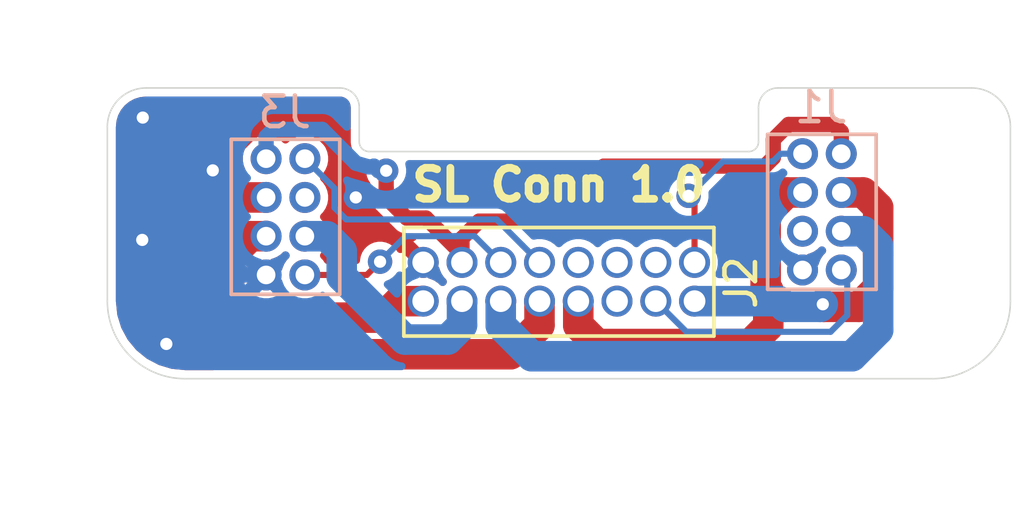
<source format=kicad_pcb>
(kicad_pcb (version 20171130) (host pcbnew "(5.1.4)-1")

  (general
    (thickness 1.6)
    (drawings 17)
    (tracks 121)
    (zones 0)
    (modules 3)
    (nets 13)
  )

  (page A4)
  (layers
    (0 F.Cu signal)
    (31 B.Cu signal)
    (32 B.Adhes user)
    (33 F.Adhes user)
    (34 B.Paste user)
    (35 F.Paste user)
    (36 B.SilkS user)
    (37 F.SilkS user)
    (38 B.Mask user)
    (39 F.Mask user)
    (40 Dwgs.User user)
    (41 Cmts.User user)
    (42 Eco1.User user)
    (43 Eco2.User user)
    (44 Edge.Cuts user)
    (45 Margin user)
    (46 B.CrtYd user)
    (47 F.CrtYd user)
    (48 B.Fab user)
    (49 F.Fab user)
  )

  (setup
    (last_trace_width 0.25)
    (user_trace_width 0.2)
    (user_trace_width 0.5)
    (user_trace_width 1)
    (trace_clearance 0.2)
    (zone_clearance 0.254)
    (zone_45_only no)
    (trace_min 0.2)
    (via_size 0.8)
    (via_drill 0.4)
    (via_min_size 0.4)
    (via_min_drill 0.3)
    (uvia_size 0.3)
    (uvia_drill 0.1)
    (uvias_allowed no)
    (uvia_min_size 0.2)
    (uvia_min_drill 0.1)
    (edge_width 0.05)
    (segment_width 0.2)
    (pcb_text_width 0.3)
    (pcb_text_size 1.5 1.5)
    (mod_edge_width 0.12)
    (mod_text_size 1 1)
    (mod_text_width 0.15)
    (pad_size 1.524 1.524)
    (pad_drill 0.762)
    (pad_to_mask_clearance 0.051)
    (solder_mask_min_width 0.25)
    (aux_axis_origin 0 0)
    (visible_elements 7FFFFFFF)
    (pcbplotparams
      (layerselection 0x010fc_ffffffff)
      (usegerberextensions false)
      (usegerberattributes false)
      (usegerberadvancedattributes false)
      (creategerberjobfile false)
      (excludeedgelayer true)
      (linewidth 0.100000)
      (plotframeref false)
      (viasonmask false)
      (mode 1)
      (useauxorigin false)
      (hpglpennumber 1)
      (hpglpenspeed 20)
      (hpglpendiameter 15.000000)
      (psnegative false)
      (psa4output false)
      (plotreference true)
      (plotvalue true)
      (plotinvisibletext false)
      (padsonsilk false)
      (subtractmaskfromsilk false)
      (outputformat 1)
      (mirror false)
      (drillshape 0)
      (scaleselection 1)
      (outputdirectory "SkateLightConnBoard1.0/"))
  )

  (net 0 "")
  (net 1 +3V3)
  (net 2 LightSense1)
  (net 3 LED1A)
  (net 4 LightSense2)
  (net 5 LED1C)
  (net 6 LED2A)
  (net 7 temp1)
  (net 8 GND)
  (net 9 temp2)
  (net 10 LED3A)
  (net 11 LED2C)
  (net 12 LED3C)

  (net_class Default "This is the default net class."
    (clearance 0.2)
    (trace_width 0.25)
    (via_dia 0.8)
    (via_drill 0.4)
    (uvia_dia 0.3)
    (uvia_drill 0.1)
    (add_net +3V3)
    (add_net GND)
    (add_net LED1A)
    (add_net LED1C)
    (add_net LED2A)
    (add_net LED2C)
    (add_net LED3A)
    (add_net LED3C)
    (add_net LightSense1)
    (add_net LightSense2)
    (add_net temp1)
    (add_net temp2)
  )

  (module LolomoloKiCADLib:Conn_2x8_0.05in (layer F.Cu) (tedit 5DB37465) (tstamp 5DB39112)
    (at 4.445 1.5875 270)
    (path /5DE6E5D9)
    (fp_text reference J2 (at 0.6604 -1.524 90) (layer F.SilkS)
      (effects (font (size 1 1) (thickness 0.15)))
    )
    (fp_text value Conn_02x08_Odd_Even (at 0 -0.5 90) (layer F.Fab)
      (effects (font (size 1 1) (thickness 0.15)))
    )
    (fp_line (start -1.143 9.525) (end -1.143 -0.635) (layer F.SilkS) (width 0.12))
    (fp_line (start 2.413 9.525) (end -1.143 9.525) (layer F.SilkS) (width 0.12))
    (fp_line (start 2.413 -0.635) (end 2.413 9.525) (layer F.SilkS) (width 0.12))
    (fp_line (start -1.143 -0.635) (end 2.413 -0.635) (layer F.SilkS) (width 0.12))
    (pad 16 thru_hole circle (at 1.27 8.89 270) (size 1.016 1.016) (drill 0.7112) (layers *.Cu *.Mask)
      (net 12 LED3C))
    (pad 15 thru_hole circle (at 0 8.89 270) (size 1.016 1.016) (drill 0.7112) (layers *.Cu *.Mask)
      (net 8 GND))
    (pad 14 thru_hole circle (at 1.27 7.62 270) (size 1.016 1.016) (drill 0.7112) (layers *.Cu *.Mask)
      (net 11 LED2C))
    (pad 13 thru_hole circle (at 0 7.62 270) (size 1.016 1.016) (drill 0.7112) (layers *.Cu *.Mask)
      (net 1 +3V3))
    (pad 12 thru_hole circle (at 1.27 6.35 270) (size 1.016 1.016) (drill 0.7112) (layers *.Cu *.Mask)
      (net 5 LED1C))
    (pad 11 thru_hole circle (at 0 6.35 270) (size 1.016 1.016) (drill 0.7112) (layers *.Cu *.Mask)
      (net 9 temp2))
    (pad 10 thru_hole circle (at 1.27 5.08 270) (size 1.016 1.016) (drill 0.7112) (layers *.Cu *.Mask)
      (net 10 LED3A))
    (pad 9 thru_hole circle (at 0 5.08 270) (size 1.016 1.016) (drill 0.7112) (layers *.Cu *.Mask)
      (net 4 LightSense2))
    (pad 8 thru_hole circle (at 1.27 3.81 270) (size 1.016 1.016) (drill 0.7112) (layers *.Cu *.Mask)
      (net 6 LED2A))
    (pad 7 thru_hole circle (at 0 3.81 270) (size 1.016 1.016) (drill 0.7112) (layers *.Cu *.Mask))
    (pad 6 thru_hole circle (at 1.27 2.54 270) (size 1.016 1.016) (drill 0.7112) (layers *.Cu *.Mask))
    (pad 5 thru_hole circle (at 0 2.54 270) (size 1.016 1.016) (drill 0.7112) (layers *.Cu *.Mask))
    (pad 4 thru_hole circle (at 1.27 1.27 270) (size 1.016 1.016) (drill 0.7112) (layers *.Cu *.Mask)
      (net 7 temp1))
    (pad 3 thru_hole circle (at 0 1.27 270) (size 1.016 1.016) (drill 0.7112) (layers *.Cu *.Mask))
    (pad 2 thru_hole circle (at 1.27 0 270) (size 1.016 1.016) (drill 0.7112) (layers *.Cu *.Mask)
      (net 3 LED1A))
    (pad 1 thru_hole circle (at 0 0 270) (size 1.016 1.016) (drill 0.7112) (layers *.Cu *.Mask)
      (net 2 LightSense1))
  )

  (module LolomoloKiCADLib:Conn_2x4_0.05in (layer B.Cu) (tedit 5DB23ACC) (tstamp 5DB390FA)
    (at 9.25322 -1.97358 180)
    (path /5DE6DC03)
    (fp_text reference J1 (at 0.6604 1.524) (layer B.SilkS)
      (effects (font (size 1 1) (thickness 0.15)) (justify mirror))
    )
    (fp_text value Conn_02x04_Odd_Even (at 3.0226 4.18846) (layer B.Fab)
      (effects (font (size 1 1) (thickness 0.15)) (justify mirror))
    )
    (fp_line (start -1.143 0.635) (end 2.413 0.635) (layer B.SilkS) (width 0.12))
    (fp_line (start 2.413 0.635) (end 2.413 -4.445) (layer B.SilkS) (width 0.12))
    (fp_line (start 2.413 -4.445) (end -1.143 -4.445) (layer B.SilkS) (width 0.12))
    (fp_line (start -1.143 -4.445) (end -1.143 0.635) (layer B.SilkS) (width 0.12))
    (pad 1 thru_hole circle (at 0 0 180) (size 1.016 1.016) (drill 0.6096) (layers *.Cu *.Mask)
      (net 1 +3V3))
    (pad 2 thru_hole circle (at 1.27 0 180) (size 1.016 1.016) (drill 0.6096) (layers *.Cu *.Mask)
      (net 2 LightSense1))
    (pad 3 thru_hole circle (at 0 -1.27 180) (size 1.016 1.016) (drill 0.6096) (layers *.Cu *.Mask)
      (net 3 LED1A))
    (pad 4 thru_hole circle (at 1.27 -1.27 180) (size 1.016 1.016) (drill 0.6096) (layers *.Cu *.Mask)
      (net 6 LED2A))
    (pad 5 thru_hole circle (at 0 -2.54 180) (size 1.016 1.016) (drill 0.6096) (layers *.Cu *.Mask)
      (net 5 LED1C))
    (pad 6 thru_hole circle (at 1.27 -2.54 180) (size 1.016 1.016) (drill 0.6096) (layers *.Cu *.Mask))
    (pad 7 thru_hole circle (at 0 -3.81 180) (size 1.016 1.016) (drill 0.6096) (layers *.Cu *.Mask)
      (net 7 temp1))
    (pad 8 thru_hole circle (at 1.27 -3.81 180) (size 1.016 1.016) (drill 0.6096) (layers *.Cu *.Mask)
      (net 8 GND))
  )

  (module LolomoloKiCADLib:Conn_2x4_0.05in (layer B.Cu) (tedit 5DB23ACC) (tstamp 5DB3B4C2)
    (at -8.32358 -1.81102 180)
    (path /5DE7099D)
    (fp_text reference J3 (at 0.6604 1.524) (layer B.SilkS)
      (effects (font (size 1 1) (thickness 0.15)) (justify mirror))
    )
    (fp_text value Conn_02x04_Odd_Even (at 1.41224 3.94716) (layer B.Fab)
      (effects (font (size 1 1) (thickness 0.15)) (justify mirror))
    )
    (fp_line (start -1.143 -4.445) (end -1.143 0.635) (layer B.SilkS) (width 0.12))
    (fp_line (start 2.413 -4.445) (end -1.143 -4.445) (layer B.SilkS) (width 0.12))
    (fp_line (start 2.413 0.635) (end 2.413 -4.445) (layer B.SilkS) (width 0.12))
    (fp_line (start -1.143 0.635) (end 2.413 0.635) (layer B.SilkS) (width 0.12))
    (pad 8 thru_hole circle (at 1.27 -3.81 180) (size 1.016 1.016) (drill 0.6096) (layers *.Cu *.Mask)
      (net 8 GND))
    (pad 7 thru_hole circle (at 0 -3.81 180) (size 1.016 1.016) (drill 0.6096) (layers *.Cu *.Mask)
      (net 9 temp2))
    (pad 6 thru_hole circle (at 1.27 -2.54 180) (size 1.016 1.016) (drill 0.6096) (layers *.Cu *.Mask)
      (net 12 LED3C))
    (pad 5 thru_hole circle (at 0 -2.54 180) (size 1.016 1.016) (drill 0.6096) (layers *.Cu *.Mask)
      (net 11 LED2C))
    (pad 4 thru_hole circle (at 1.27 -1.27 180) (size 1.016 1.016) (drill 0.6096) (layers *.Cu *.Mask)
      (net 10 LED3A))
    (pad 3 thru_hole circle (at 0 -1.27 180) (size 1.016 1.016) (drill 0.6096) (layers *.Cu *.Mask))
    (pad 2 thru_hole circle (at 1.27 0 180) (size 1.016 1.016) (drill 0.6096) (layers *.Cu *.Mask)
      (net 1 +3V3))
    (pad 1 thru_hole circle (at 0 0 180) (size 1.016 1.016) (drill 0.6096) (layers *.Cu *.Mask)
      (net 4 LightSense2))
  )

  (gr_text "SL Conn 1.0" (at 0 -0.9525) (layer F.SilkS)
    (effects (font (size 1.016 1.016) (thickness 0.254)))
  )
  (gr_arc (start -13.5255 -2.8575) (end -14.7955 -2.8575) (angle 90) (layer Edge.Cuts) (width 0.05) (tstamp 5DB3900B))
  (gr_arc (start -7.1755 -3.4925) (end -7.1755 -4.1275) (angle 90) (layer Edge.Cuts) (width 0.05) (tstamp 5DB3900A))
  (gr_line (start -13.5255 -4.1275) (end -7.1755 -4.1275) (layer Edge.Cuts) (width 0.05) (tstamp 5DB39009))
  (gr_arc (start -6.223 -2.3622) (end -6.5405 -2.3622) (angle -90) (layer Edge.Cuts) (width 0.05) (tstamp 5DB39008))
  (gr_line (start -6.5405 -3.4925) (end -6.5405 -2.3622) (layer Edge.Cuts) (width 0.05) (tstamp 5DB39007))
  (gr_arc (start -12.2555 2.8575) (end -12.2555 5.3975) (angle 90) (layer Edge.Cuts) (width 0.05) (tstamp 5DB39006))
  (gr_line (start -14.7955 2.8575) (end -14.7955 -2.8575) (layer Edge.Cuts) (width 0.05) (tstamp 5DB39005))
  (gr_line (start 6.223 -2.0447) (end -6.223 -2.0447) (layer Edge.Cuts) (width 0.05) (tstamp 5DB38FE2))
  (gr_arc (start 6.223 -2.3622) (end 6.5405 -2.3622) (angle 90) (layer Edge.Cuts) (width 0.05))
  (gr_line (start 6.5405 -3.4925) (end 6.5405 -2.3622) (layer Edge.Cuts) (width 0.05))
  (gr_arc (start 7.1755 -3.4925) (end 7.1755 -4.1275) (angle -90) (layer Edge.Cuts) (width 0.05))
  (gr_line (start 13.5255 -4.1275) (end 7.1755 -4.1275) (layer Edge.Cuts) (width 0.05))
  (gr_arc (start 13.5255 -2.8575) (end 14.7955 -2.8575) (angle -90) (layer Edge.Cuts) (width 0.05))
  (gr_line (start 14.7955 2.8575) (end 14.7955 -2.8575) (layer Edge.Cuts) (width 0.05))
  (gr_arc (start 12.2555 2.8575) (end 12.2555 5.3975) (angle -90) (layer Edge.Cuts) (width 0.05))
  (gr_line (start 12.2555 5.3975) (end -12.2555 5.3975) (layer Edge.Cuts) (width 0.05) (tstamp 5DB39003))

  (segment (start -9.59358 -1.81102) (end -9.59358 -2.52944) (width 0.5) (layer B.Cu) (net 1) (status 10))
  (segment (start -6.088413 -1.541747) (end -6.06298 -1.56718) (width 0.5) (layer B.Cu) (net 1))
  (segment (start -9.353999 -2.769021) (end -7.756908 -2.769021) (width 0.5) (layer B.Cu) (net 1))
  (segment (start -7.756908 -2.769021) (end -6.648431 -1.660544) (width 0.5) (layer B.Cu) (net 1))
  (segment (start -6.648431 -1.660544) (end -6.23609 -1.541747) (width 0.5) (layer B.Cu) (net 1))
  (segment (start -9.59358 -2.52944) (end -9.353999 -2.769021) (width 0.5) (layer B.Cu) (net 1))
  (segment (start -6.23609 -1.541747) (end -6.088413 -1.541747) (width 0.5) (layer B.Cu) (net 1))
  (segment (start -3.175 1.313884) (end -4.354874 0.13401) (width 0.5) (layer F.Cu) (net 1) (status 10))
  (segment (start -6.06298 -1.56718) (end -5.91223 -1.41643) (width 0.5) (layer B.Cu) (net 1))
  (segment (start -3.175 1.5875) (end -3.175 1.313884) (width 0.5) (layer F.Cu) (net 1) (status 30))
  (segment (start -5.659867 -0.536801) (end -5.659867 -0.850745) (width 0.5) (layer F.Cu) (net 1))
  (segment (start -5.659867 -0.850745) (end -5.659867 -1.41643) (width 0.5) (layer F.Cu) (net 1))
  (segment (start -4.354874 0.13401) (end -4.989056 0.13401) (width 0.5) (layer F.Cu) (net 1))
  (segment (start -4.989056 0.13401) (end -5.659867 -0.536801) (width 0.5) (layer F.Cu) (net 1))
  (via (at -5.659867 -1.41643) (size 0.8) (drill 0.4) (layers F.Cu B.Cu) (net 1))
  (segment (start -5.91223 -1.41643) (end -5.659867 -1.41643) (width 0.5) (layer B.Cu) (net 1))
  (segment (start 9.25322 -2.692) (end 9.25322 -1.97358) (width 0.5) (layer F.Cu) (net 1) (status 20))
  (segment (start 0.91972 -1.01092) (end 1.475957 -1.567157) (width 0.5) (layer F.Cu) (net 1))
  (segment (start 7.523379 -2.931581) (end 9.013639 -2.931581) (width 0.5) (layer F.Cu) (net 1))
  (segment (start 9.013639 -2.931581) (end 9.25322 -2.692) (width 0.5) (layer F.Cu) (net 1))
  (segment (start 7.025219 -1.842649) (end 7.025219 -2.433421) (width 0.5) (layer F.Cu) (net 1))
  (segment (start 7.025219 -2.433421) (end 7.523379 -2.931581) (width 0.5) (layer F.Cu) (net 1))
  (segment (start 1.475957 -1.567157) (end 6.749727 -1.567157) (width 0.5) (layer F.Cu) (net 1))
  (segment (start 6.749727 -1.567157) (end 7.025219 -1.842649) (width 0.5) (layer F.Cu) (net 1))
  (segment (start -3.175 0.797238) (end -2.613669 0.235907) (width 0.5) (layer F.Cu) (net 1))
  (segment (start -3.175 1.5875) (end -3.175 0.797238) (width 0.5) (layer F.Cu) (net 1) (status 10))
  (segment (start -0.327107 0.235907) (end 0.91972 -1.01092) (width 0.5) (layer F.Cu) (net 1))
  (segment (start -2.613669 0.235907) (end -0.327107 0.235907) (width 0.5) (layer F.Cu) (net 1))
  (segment (start 4.445 -0.397391) (end 4.248415 -0.593976) (width 0.2) (layer F.Cu) (net 2))
  (segment (start 5.374129 -1.71969) (end 4.648414 -0.993975) (width 0.2) (layer B.Cu) (net 2))
  (via (at 4.248415 -0.593976) (size 0.8) (drill 0.4) (layers F.Cu B.Cu) (net 2))
  (segment (start 4.648414 -0.993975) (end 4.248415 -0.593976) (width 0.2) (layer B.Cu) (net 2))
  (segment (start 4.445 1.5875) (end 4.445 -0.397391) (width 0.2) (layer F.Cu) (net 2) (status 10))
  (segment (start 7.01091 -1.71969) (end 6.30693 -1.71969) (width 0.2) (layer B.Cu) (net 2))
  (segment (start 7.2648 -1.97358) (end 7.01091 -1.71969) (width 0.2) (layer B.Cu) (net 2))
  (segment (start 7.98322 -1.97358) (end 7.2648 -1.97358) (width 0.2) (layer B.Cu) (net 2) (status 10))
  (segment (start 6.30693 -1.71969) (end 5.374129 -1.71969) (width 0.2) (layer B.Cu) (net 2))
  (segment (start 9.25322 -0.70358) (end 9.97164 -0.70358) (width 1) (layer F.Cu) (net 3) (status 10))
  (segment (start 9.97164 -0.70358) (end 10.461221 -0.213999) (width 1) (layer F.Cu) (net 3))
  (via (at 8.647911 2.959572) (size 0.8) (drill 0.4) (layers F.Cu B.Cu) (net 3))
  (segment (start 10.461221 -0.213999) (end 10.461221 1.309139) (width 1) (layer F.Cu) (net 3))
  (segment (start 10.461221 1.309139) (end 10.461221 2.416261) (width 1) (layer F.Cu) (net 3))
  (segment (start 8.673379 3.044421) (end 8.618221 2.989263) (width 1) (layer F.Cu) (net 3))
  (segment (start 10.461221 2.416261) (end 9.833061 3.044421) (width 1) (layer F.Cu) (net 3))
  (segment (start 9.833061 3.044421) (end 8.673379 3.044421) (width 1) (layer F.Cu) (net 3))
  (segment (start 8.647911 2.959572) (end 8.563061 3.044421) (width 1) (layer B.Cu) (net 3))
  (segment (start 8.563061 3.044421) (end 7.403379 3.044421) (width 1) (layer B.Cu) (net 3))
  (segment (start 7.216458 2.8575) (end 4.445 2.8575) (width 1) (layer B.Cu) (net 3))
  (segment (start 7.403379 3.044421) (end 7.216458 2.8575) (width 1) (layer B.Cu) (net 3))
  (segment (start -2.043329 0.179171) (end -1.193799 1.028701) (width 0.2) (layer B.Cu) (net 4))
  (segment (start -1.193799 1.028701) (end -0.635 1.5875) (width 0.2) (layer B.Cu) (net 4))
  (segment (start -6.969862 0.179171) (end -2.043329 0.179171) (width 0.2) (layer B.Cu) (net 4))
  (segment (start -7.354801 -0.205768) (end -6.969862 0.179171) (width 0.2) (layer B.Cu) (net 4))
  (segment (start -7.354801 -0.842241) (end -7.354801 -0.205768) (width 0.2) (layer B.Cu) (net 4))
  (segment (start -8.32358 -1.81102) (end -7.354801 -0.842241) (width 0.2) (layer B.Cu) (net 4))
  (segment (start 10.461221 1.056001) (end 9.97164 0.56642) (width 1) (layer B.Cu) (net 5))
  (segment (start -1.905 2.8575) (end -1.905 3.647762) (width 1) (layer B.Cu) (net 5) (status 10))
  (segment (start 9.97164 0.56642) (end 9.25322 0.56642) (width 1) (layer B.Cu) (net 5) (status 20))
  (segment (start -0.89045 4.662312) (end 9.603414 4.662312) (width 1) (layer B.Cu) (net 5))
  (segment (start 9.603414 4.662312) (end 10.461221 3.804505) (width 1) (layer B.Cu) (net 5))
  (segment (start 10.461221 3.804505) (end 10.461221 1.056001) (width 1) (layer B.Cu) (net 5))
  (segment (start -1.905 3.647762) (end -0.89045 4.662312) (width 1) (layer B.Cu) (net 5))
  (segment (start 7.465378 -0.70358) (end 6.775219 -0.013421) (width 1) (layer F.Cu) (net 6))
  (segment (start 0.635 3.647762) (end 0.635 2.8575) (width 1) (layer F.Cu) (net 6) (status 20))
  (segment (start 6.775219 -0.013421) (end 6.775219 2.419257) (width 1) (layer F.Cu) (net 6))
  (segment (start 6.775219 2.419257) (end 6.860721 2.504759) (width 1) (layer F.Cu) (net 6))
  (segment (start 6.276021 4.262301) (end 1.249539 4.262301) (width 1) (layer F.Cu) (net 6))
  (segment (start 6.860721 3.677601) (end 6.276021 4.262301) (width 1) (layer F.Cu) (net 6))
  (segment (start 7.98322 -0.70358) (end 7.465378 -0.70358) (width 1) (layer F.Cu) (net 6) (status 10))
  (segment (start 6.860721 2.504759) (end 6.860721 3.677601) (width 1) (layer F.Cu) (net 6))
  (segment (start 1.249539 4.262301) (end 0.635 3.647762) (width 1) (layer F.Cu) (net 6))
  (segment (start 3.175 2.8575) (end 4.179802 3.862302) (width 0.2) (layer B.Cu) (net 7) (status 10))
  (segment (start 4.179802 3.862302) (end 8.903738 3.862302) (width 0.2) (layer B.Cu) (net 7))
  (segment (start 9.447923 3.318117) (end 9.447923 2.031123) (width 0.2) (layer B.Cu) (net 7) (status 20))
  (segment (start 8.903738 3.862302) (end 9.447923 3.318117) (width 0.2) (layer B.Cu) (net 7))
  (segment (start 9.447923 2.031123) (end 9.25322 1.83642) (width 0.2) (layer B.Cu) (net 7) (status 30))
  (segment (start -10.312 1.99898) (end -11.46302 0.84796) (width 0.5) (layer B.Cu) (net 8))
  (segment (start -9.59358 1.99898) (end -10.312 1.99898) (width 0.5) (layer B.Cu) (net 8) (status 10))
  (via (at -11.3411 -1.42748) (size 0.8) (drill 0.4) (layers F.Cu B.Cu) (net 8))
  (segment (start -11.46302 0.84796) (end -11.46302 -1.30556) (width 0.5) (layer B.Cu) (net 8))
  (segment (start -11.46302 -1.30556) (end -11.3411 -1.42748) (width 0.5) (layer B.Cu) (net 8))
  (segment (start -6.6548 -1.302285) (end -6.6548 -0.7366) (width 0.5) (layer F.Cu) (net 8))
  (segment (start -6.6548 -1.560082) (end -6.6548 -1.302285) (width 0.5) (layer F.Cu) (net 8))
  (segment (start -7.863739 -2.769021) (end -6.6548 -1.560082) (width 0.5) (layer F.Cu) (net 8))
  (segment (start -9.999559 -2.769021) (end -7.863739 -2.769021) (width 0.5) (layer F.Cu) (net 8))
  (segment (start -11.3411 -1.42748) (end -9.999559 -2.769021) (width 0.5) (layer F.Cu) (net 8))
  (segment (start -6.6548 -0.541769) (end -6.6548 -0.7366) (width 0.5) (layer F.Cu) (net 8))
  (via (at -13.63472 -3.15722) (size 0.8) (drill 0.4) (layers F.Cu B.Cu) (net 8))
  (via (at -12.86256 4.25958) (size 0.8) (drill 0.4) (layers F.Cu B.Cu) (net 8))
  (via (at -13.6525 0.8509) (size 0.8) (drill 0.4) (layers F.Cu B.Cu) (net 8))
  (via (at -6.6548 -0.541769) (size 0.8) (drill 0.4) (layers F.Cu B.Cu) (net 8))
  (segment (start -4.445 1.5875) (end -6.574269 -0.541769) (width 0.2) (layer F.Cu) (net 8))
  (segment (start -6.574269 -0.541769) (end -6.6548 -0.541769) (width 0.2) (layer F.Cu) (net 8))
  (via (at -5.85978 1.56464) (size 0.8) (drill 0.4) (layers F.Cu B.Cu) (net 9))
  (segment (start -5.023839 0.728699) (end -5.85978 1.56464) (width 0.2) (layer B.Cu) (net 9))
  (segment (start -6.29412 1.99898) (end -8.32358 1.99898) (width 0.2) (layer F.Cu) (net 9) (status 20))
  (segment (start -5.85978 1.56464) (end -6.29412 1.99898) (width 0.2) (layer F.Cu) (net 9))
  (segment (start -2.763801 0.728699) (end -3.398801 0.728699) (width 0.2) (layer B.Cu) (net 9))
  (segment (start -1.905 1.5875) (end -2.763801 0.728699) (width 0.2) (layer B.Cu) (net 9) (status 10))
  (segment (start -3.398801 0.728699) (end -5.023839 0.728699) (width 0.2) (layer B.Cu) (net 9))
  (segment (start -12.001592 0.922079) (end -12.001592 3.075881) (width 1) (layer F.Cu) (net 10))
  (segment (start -9.59358 -0.54102) (end -10.538493 -0.54102) (width 1) (layer F.Cu) (net 10) (status 10))
  (segment (start -10.538493 -0.54102) (end -12.001592 0.922079) (width 1) (layer F.Cu) (net 10))
  (segment (start -12.001592 3.075881) (end -10.480073 4.5974) (width 1) (layer F.Cu) (net 10))
  (segment (start -0.635 3.647762) (end -0.635 2.8575) (width 1) (layer F.Cu) (net 10) (status 20))
  (segment (start -1.584638 4.5974) (end -0.635 3.647762) (width 1) (layer F.Cu) (net 10))
  (segment (start -10.480073 4.5974) (end -1.584638 4.5974) (width 1) (layer F.Cu) (net 10))
  (segment (start -7.115579 1.218561) (end -7.60516 0.72898) (width 1) (layer B.Cu) (net 11))
  (segment (start -7.115579 2.049947) (end -7.115579 1.218561) (width 1) (layer B.Cu) (net 11))
  (segment (start -5.049225 4.116301) (end -7.115579 2.049947) (width 1) (layer B.Cu) (net 11))
  (segment (start -3.643539 4.116301) (end -5.049225 4.116301) (width 1) (layer B.Cu) (net 11))
  (segment (start -3.175 3.647762) (end -3.643539 4.116301) (width 1) (layer B.Cu) (net 11))
  (segment (start -7.60516 0.72898) (end -8.32358 0.72898) (width 1) (layer B.Cu) (net 11) (status 20))
  (segment (start -3.175 2.8575) (end -3.175 3.647762) (width 1) (layer B.Cu) (net 11) (status 10))
  (segment (start -5.235262 2.8575) (end -5.775151 3.397389) (width 1) (layer F.Cu) (net 12))
  (segment (start -10.801581 2.578821) (end -10.801581 1.419138) (width 1) (layer F.Cu) (net 12))
  (segment (start -10.111423 0.72898) (end -9.59358 0.72898) (width 1) (layer F.Cu) (net 12) (status 20))
  (segment (start -9.983013 3.397389) (end -10.801581 2.578821) (width 1) (layer F.Cu) (net 12))
  (segment (start -5.775151 3.397389) (end -9.983013 3.397389) (width 1) (layer F.Cu) (net 12))
  (segment (start -4.445 2.8575) (end -5.235262 2.8575) (width 1) (layer F.Cu) (net 12) (status 10))
  (segment (start -10.801581 1.419138) (end -10.111423 0.72898) (width 1) (layer F.Cu) (net 12))

  (zone (net 8) (net_name GND) (layer B.Cu) (tstamp 5DB3B946) (hatch edge 0.508)
    (connect_pads (clearance 0.254))
    (min_thickness 0.254)
    (fill yes (arc_segments 32) (thermal_gap 0.254) (thermal_bridge_width 0.508))
    (polygon
      (pts
        (xy -15.14348 -4.52628) (xy 15.2527 -4.52628) (xy 15.2527 5.68452) (xy -15.34922 5.68452) (xy -15.3543 5.68706)
      )
    )
    (filled_polygon
      (pts
        (xy -7.131401 -3.71523) (xy -7.088976 -3.702421) (xy -7.049853 -3.681619) (xy -7.015513 -3.653612) (xy -6.987265 -3.619466)
        (xy -6.966188 -3.580484) (xy -6.953085 -3.538157) (xy -6.9465 -3.475508) (xy -6.946499 -2.850981) (xy -7.288803 -3.193284)
        (xy -7.308565 -3.217364) (xy -7.404647 -3.296217) (xy -7.514266 -3.35481) (xy -7.63321 -3.390891) (xy -7.72591 -3.400021)
        (xy -7.725918 -3.400021) (xy -7.756908 -3.403073) (xy -7.787898 -3.400021) (xy -9.323009 -3.400021) (xy -9.353999 -3.403073)
        (xy -9.38499 -3.400021) (xy -9.384997 -3.400021) (xy -9.477697 -3.390891) (xy -9.596641 -3.35481) (xy -9.70626 -3.296217)
        (xy -9.802342 -3.217364) (xy -9.822104 -3.193284) (xy -10.017847 -2.997541) (xy -10.041922 -2.977783) (xy -10.06168 -2.953708)
        (xy -10.061683 -2.953705) (xy -10.120776 -2.8817) (xy -10.179369 -2.772081) (xy -10.200787 -2.701474) (xy -10.21545 -2.653138)
        (xy -10.22458 -2.560438) (xy -10.22458 -2.56043) (xy -10.227632 -2.52944) (xy -10.22458 -2.49845) (xy -10.22458 -2.437255)
        (xy -10.284111 -2.377724) (xy -10.381401 -2.232119) (xy -10.448416 -2.070332) (xy -10.48258 -1.898579) (xy -10.48258 -1.723461)
        (xy -10.448416 -1.551708) (xy -10.381401 -1.389921) (xy -10.284111 -1.244316) (xy -10.215815 -1.17602) (xy -10.284111 -1.107724)
        (xy -10.381401 -0.962119) (xy -10.448416 -0.800332) (xy -10.48258 -0.628579) (xy -10.48258 -0.453461) (xy -10.448416 -0.281708)
        (xy -10.381401 -0.119921) (xy -10.284111 0.025684) (xy -10.215815 0.09398) (xy -10.284111 0.162276) (xy -10.381401 0.307881)
        (xy -10.448416 0.469668) (xy -10.48258 0.641421) (xy -10.48258 0.816539) (xy -10.448416 0.988292) (xy -10.381401 1.150079)
        (xy -10.284111 1.295684) (xy -10.160284 1.419511) (xy -10.014679 1.516801) (xy -9.852892 1.583816) (xy -9.82324 1.589714)
        (xy -9.59358 1.819375) (xy -9.36392 1.589714) (xy -9.334268 1.583816) (xy -9.172481 1.516801) (xy -9.026876 1.419511)
        (xy -8.95858 1.351215) (xy -8.945815 1.36398) (xy -9.014111 1.432276) (xy -9.111401 1.577881) (xy -9.178416 1.739668)
        (xy -9.184314 1.76932) (xy -9.413975 1.99898) (xy -9.184314 2.22864) (xy -9.178416 2.258292) (xy -9.111401 2.420079)
        (xy -9.014111 2.565684) (xy -8.890284 2.689511) (xy -8.744679 2.786801) (xy -8.582892 2.853816) (xy -8.411139 2.88798)
        (xy -8.236021 2.88798) (xy -8.064268 2.853816) (xy -7.902481 2.786801) (xy -7.756876 2.689511) (xy -7.742335 2.67497)
        (xy -7.741554 2.675922) (xy -7.707934 2.703513) (xy -5.702786 4.708662) (xy -5.6752 4.742276) (xy -5.629212 4.780017)
        (xy -5.541051 4.852369) (xy -5.425352 4.914211) (xy -5.388 4.934176) (xy -5.221931 4.984553) (xy -5.151397 4.9915)
        (xy -12.235646 4.9915) (xy -12.669615 4.948949) (xy -13.067964 4.828681) (xy -13.435362 4.633331) (xy -13.757815 4.370345)
        (xy -14.023054 4.049726) (xy -14.220961 3.683704) (xy -14.344006 3.286208) (xy -14.3895 2.853363) (xy -14.3895 2.645899)
        (xy -10.060893 2.645899) (xy -10.010571 2.788984) (xy -9.848437 2.855155) (xy -9.676509 2.888423) (xy -9.501394 2.887511)
        (xy -9.329821 2.852454) (xy -9.176589 2.788984) (xy -9.126267 2.645899) (xy -9.59358 2.178585) (xy -10.060893 2.645899)
        (xy -14.3895 2.645899) (xy -14.3895 1.916051) (xy -10.483023 1.916051) (xy -10.482111 2.091166) (xy -10.447054 2.262739)
        (xy -10.383584 2.415971) (xy -10.240499 2.466293) (xy -9.773185 1.99898) (xy -10.240499 1.531667) (xy -10.383584 1.581989)
        (xy -10.449755 1.744123) (xy -10.483023 1.916051) (xy -14.3895 1.916051) (xy -14.3895 -2.837646) (xy -14.371136 -3.024941)
        (xy -14.322508 -3.186001) (xy -14.243521 -3.334554) (xy -14.13719 -3.46493) (xy -14.007554 -3.572174) (xy -13.859558 -3.652195)
        (xy -13.698839 -3.701946) (xy -13.512793 -3.7215) (xy -7.195351 -3.7215)
      )
    )
    (filled_polygon
      (pts
        (xy -4.251252 1.573358) (xy -4.265395 1.5875) (xy -4.035734 1.81716) (xy -4.029836 1.846812) (xy -3.962821 2.008599)
        (xy -3.865531 2.154204) (xy -3.797235 2.2225) (xy -3.81 2.235265) (xy -3.878296 2.166969) (xy -4.023901 2.069679)
        (xy -4.185688 2.002664) (xy -4.21534 1.996766) (xy -4.445 1.767105) (xy -4.67466 1.996766) (xy -4.704312 2.002664)
        (xy -4.866099 2.069679) (xy -5.011704 2.166969) (xy -5.135531 2.290796) (xy -5.232821 2.436401) (xy -5.299836 2.598188)
        (xy -5.303416 2.616188) (xy -5.612177 2.307428) (xy -5.489838 2.256753) (xy -5.361921 2.171282) (xy -5.253138 2.062499)
        (xy -5.218303 2.010365) (xy -5.091919 2.054813) (xy -4.624605 1.5875) (xy -4.638748 1.573358) (xy -4.459143 1.393753)
        (xy -4.445 1.407895) (xy -4.430858 1.393753)
      )
    )
    (filled_polygon
      (pts
        (xy 4.345223 -1.37102) (xy 4.325337 -1.374976) (xy 4.171493 -1.374976) (xy 4.020606 -1.344963) (xy 3.878473 -1.286089)
        (xy 3.750556 -1.200618) (xy 3.641773 -1.091835) (xy 3.556302 -0.963918) (xy 3.497428 -0.821785) (xy 3.467415 -0.670898)
        (xy 3.467415 -0.517054) (xy 3.497428 -0.366167) (xy 3.556302 -0.224034) (xy 3.641773 -0.096117) (xy 3.750556 0.012666)
        (xy 3.878473 0.098137) (xy 4.020606 0.157011) (xy 4.171493 0.187024) (xy 4.325337 0.187024) (xy 4.476224 0.157011)
        (xy 4.618357 0.098137) (xy 4.746274 0.012666) (xy 4.855057 -0.096117) (xy 4.940528 -0.224034) (xy 4.999402 -0.366167)
        (xy 5.029415 -0.517054) (xy 5.029415 -0.670898) (xy 5.025459 -0.690784) (xy 5.573366 -1.23869) (xy 6.987284 -1.23869)
        (xy 7.01091 -1.236363) (xy 7.034536 -1.23869) (xy 7.105202 -1.24565) (xy 7.195871 -1.273154) (xy 7.279432 -1.317818)
        (xy 7.335628 -1.363937) (xy 7.360985 -1.33858) (xy 7.292689 -1.270284) (xy 7.195399 -1.124679) (xy 7.128384 -0.962892)
        (xy 7.09422 -0.791139) (xy 7.09422 -0.616021) (xy 7.128384 -0.444268) (xy 7.195399 -0.282481) (xy 7.292689 -0.136876)
        (xy 7.360985 -0.06858) (xy 7.292689 -0.000284) (xy 7.195399 0.145321) (xy 7.128384 0.307108) (xy 7.09422 0.478861)
        (xy 7.09422 0.653979) (xy 7.128384 0.825732) (xy 7.195399 0.987519) (xy 7.292689 1.133124) (xy 7.416516 1.256951)
        (xy 7.562121 1.354241) (xy 7.723908 1.421256) (xy 7.75356 1.427154) (xy 7.98322 1.656815) (xy 8.21288 1.427154)
        (xy 8.242532 1.421256) (xy 8.404319 1.354241) (xy 8.549924 1.256951) (xy 8.61822 1.188655) (xy 8.630985 1.20142)
        (xy 8.562689 1.269716) (xy 8.465399 1.415321) (xy 8.398384 1.577108) (xy 8.392486 1.60676) (xy 8.162825 1.83642)
        (xy 8.176968 1.850562) (xy 7.997363 2.030168) (xy 7.98322 2.016025) (xy 7.969078 2.030168) (xy 7.789472 1.850562)
        (xy 7.803615 1.83642) (xy 7.336301 1.369107) (xy 7.193216 1.419429) (xy 7.127045 1.581563) (xy 7.093777 1.753491)
        (xy 7.094689 1.928606) (xy 7.104475 1.9765) (xy 5.246117 1.9765) (xy 5.299836 1.846812) (xy 5.334 1.675059)
        (xy 5.334 1.499941) (xy 5.299836 1.328188) (xy 5.232821 1.166401) (xy 5.135531 1.020796) (xy 5.011704 0.896969)
        (xy 4.866099 0.799679) (xy 4.704312 0.732664) (xy 4.532559 0.6985) (xy 4.357441 0.6985) (xy 4.185688 0.732664)
        (xy 4.023901 0.799679) (xy 3.878296 0.896969) (xy 3.81 0.965265) (xy 3.741704 0.896969) (xy 3.596099 0.799679)
        (xy 3.434312 0.732664) (xy 3.262559 0.6985) (xy 3.087441 0.6985) (xy 2.915688 0.732664) (xy 2.753901 0.799679)
        (xy 2.608296 0.896969) (xy 2.54 0.965265) (xy 2.471704 0.896969) (xy 2.326099 0.799679) (xy 2.164312 0.732664)
        (xy 1.992559 0.6985) (xy 1.817441 0.6985) (xy 1.645688 0.732664) (xy 1.483901 0.799679) (xy 1.338296 0.896969)
        (xy 1.27 0.965265) (xy 1.201704 0.896969) (xy 1.056099 0.799679) (xy 0.894312 0.732664) (xy 0.722559 0.6985)
        (xy 0.547441 0.6985) (xy 0.375688 0.732664) (xy 0.213901 0.799679) (xy 0.068296 0.896969) (xy 0 0.965265)
        (xy -0.068296 0.896969) (xy -0.213901 0.799679) (xy -0.375688 0.732664) (xy -0.547441 0.6985) (xy -0.722559 0.6985)
        (xy -0.823655 0.718609) (xy -0.836971 0.705293) (xy -0.836975 0.705288) (xy -1.686499 -0.144235) (xy -1.701565 -0.162593)
        (xy -1.774807 -0.222701) (xy -1.858368 -0.267365) (xy -1.949037 -0.294869) (xy -2.019703 -0.301829) (xy -2.043329 -0.304156)
        (xy -2.066955 -0.301829) (xy -6.770625 -0.301829) (xy -6.873801 -0.405004) (xy -6.873801 -0.818618) (xy -6.871474 -0.842242)
        (xy -6.873801 -0.865867) (xy -6.880761 -0.936533) (xy -6.908265 -1.027202) (xy -6.948999 -1.103411) (xy -6.939454 -1.097225)
        (xy -6.914641 -1.087352) (xy -6.891073 -1.074755) (xy -6.857012 -1.064423) (xy -6.852905 -1.062789) (xy -6.827411 -1.055444)
        (xy -6.772129 -1.038675) (xy -6.767689 -1.038238) (xy -6.415043 -0.936638) (xy -6.359788 -0.919877) (xy -6.324378 -0.916389)
        (xy -6.289815 -0.910017) (xy -6.264491 -0.889234) (xy -6.205802 -0.857864) (xy -6.157726 -0.809788) (xy -6.029809 -0.724317)
        (xy -5.887676 -0.665443) (xy -5.736789 -0.63543) (xy -5.582945 -0.63543) (xy -5.432058 -0.665443) (xy -5.289925 -0.724317)
        (xy -5.162008 -0.809788) (xy -5.053225 -0.918571) (xy -4.967754 -1.046488) (xy -4.90888 -1.188621) (xy -4.878867 -1.339508)
        (xy -4.878867 -1.493352) (xy -4.907778 -1.6387) (xy 4.612903 -1.6387)
      )
    )
  )
  (zone (net 8) (net_name GND) (layer F.Cu) (tstamp 5DB3B943) (hatch edge 0.508)
    (connect_pads (clearance 0.254))
    (min_thickness 0.254)
    (fill yes (arc_segments 32) (thermal_gap 0.254) (thermal_bridge_width 0.508))
    (polygon
      (pts
        (xy -15.13586 -4.52374) (xy 15.26032 -4.52374) (xy 15.26032 5.68706) (xy -15.3416 5.68706) (xy -15.34668 5.6896)
      )
    )
    (filled_polygon
      (pts
        (xy -7.131401 -3.71523) (xy -7.088976 -3.702421) (xy -7.049853 -3.681619) (xy -7.015513 -3.653612) (xy -6.987265 -3.619466)
        (xy -6.966188 -3.580484) (xy -6.953085 -3.538157) (xy -6.9465 -3.475508) (xy -6.946499 -2.342259) (xy -6.944808 -2.325088)
        (xy -6.944821 -2.323187) (xy -6.944268 -2.317545) (xy -6.941038 -2.286814) (xy -6.940624 -2.28261) (xy -6.940581 -2.28247)
        (xy -6.937791 -2.25592) (xy -6.930386 -2.219845) (xy -6.923497 -2.183731) (xy -6.921859 -2.178304) (xy -6.903536 -2.11911)
        (xy -6.88927 -2.085173) (xy -6.875489 -2.051063) (xy -6.872828 -2.046057) (xy -6.843355 -1.991549) (xy -6.822753 -1.961007)
        (xy -6.80263 -1.930256) (xy -6.799048 -1.925862) (xy -6.75955 -1.878117) (xy -6.733413 -1.852162) (xy -6.707691 -1.825896)
        (xy -6.703324 -1.822282) (xy -6.655305 -1.78312) (xy -6.624681 -1.762774) (xy -6.594295 -1.741968) (xy -6.589308 -1.739272)
        (xy -6.534596 -1.710181) (xy -6.500568 -1.696155) (xy -6.466752 -1.681662) (xy -6.461341 -1.679986) (xy -6.461335 -1.679984)
        (xy -6.403305 -1.662464) (xy -6.410854 -1.644239) (xy -6.440867 -1.493352) (xy -6.440867 -1.339508) (xy -6.410854 -1.188621)
        (xy -6.35198 -1.046488) (xy -6.290867 -0.955025) (xy -6.290867 -0.567791) (xy -6.293919 -0.536801) (xy -6.290867 -0.505811)
        (xy -6.290867 -0.505804) (xy -6.281737 -0.413104) (xy -6.245656 -0.29416) (xy -6.187063 -0.184541) (xy -6.10821 -0.088458)
        (xy -6.08413 -0.068696) (xy -5.457157 0.558278) (xy -5.437399 0.582353) (xy -5.413324 0.602111) (xy -5.413322 0.602113)
        (xy -5.366988 0.640138) (xy -5.341317 0.661206) (xy -5.231698 0.719799) (xy -5.112754 0.75588) (xy -5.020054 0.76501)
        (xy -5.020045 0.76501) (xy -4.989057 0.768062) (xy -4.958069 0.76501) (xy -4.783562 0.76501) (xy -4.861991 0.797496)
        (xy -4.912313 0.940581) (xy -4.445 1.407895) (xy -4.430858 1.393752) (xy -4.251252 1.573358) (xy -4.265395 1.5875)
        (xy -4.035734 1.81716) (xy -4.029836 1.846812) (xy -3.962821 2.008599) (xy -3.865531 2.154204) (xy -3.797235 2.2225)
        (xy -3.81 2.235265) (xy -3.878296 2.166969) (xy -4.023901 2.069679) (xy -4.185688 2.002664) (xy -4.21534 1.996766)
        (xy -4.445 1.767105) (xy -4.459143 1.781248) (xy -4.638748 1.601642) (xy -4.624605 1.5875) (xy -5.091919 1.120187)
        (xy -5.193567 1.155936) (xy -5.253138 1.066781) (xy -5.361921 0.957998) (xy -5.489838 0.872527) (xy -5.631971 0.813653)
        (xy -5.782858 0.78364) (xy -5.936702 0.78364) (xy -6.087589 0.813653) (xy -6.229722 0.872527) (xy -6.357639 0.957998)
        (xy -6.466422 1.066781) (xy -6.551893 1.194698) (xy -6.610767 1.336831) (xy -6.64078 1.487718) (xy -6.64078 1.51798)
        (xy -7.575784 1.51798) (xy -7.633049 1.432276) (xy -7.701345 1.36398) (xy -7.633049 1.295684) (xy -7.535759 1.150079)
        (xy -7.468744 0.988292) (xy -7.43458 0.816539) (xy -7.43458 0.641421) (xy -7.468744 0.469668) (xy -7.535759 0.307881)
        (xy -7.633049 0.162276) (xy -7.701345 0.09398) (xy -7.633049 0.025684) (xy -7.535759 -0.119921) (xy -7.468744 -0.281708)
        (xy -7.43458 -0.453461) (xy -7.43458 -0.628579) (xy -7.468744 -0.800332) (xy -7.535759 -0.962119) (xy -7.633049 -1.107724)
        (xy -7.701345 -1.17602) (xy -7.633049 -1.244316) (xy -7.535759 -1.389921) (xy -7.468744 -1.551708) (xy -7.43458 -1.723461)
        (xy -7.43458 -1.898579) (xy -7.468744 -2.070332) (xy -7.535759 -2.232119) (xy -7.633049 -2.377724) (xy -7.756876 -2.501551)
        (xy -7.902481 -2.598841) (xy -8.064268 -2.665856) (xy -8.236021 -2.70002) (xy -8.411139 -2.70002) (xy -8.582892 -2.665856)
        (xy -8.744679 -2.598841) (xy -8.890284 -2.501551) (xy -8.95858 -2.433255) (xy -9.026876 -2.501551) (xy -9.172481 -2.598841)
        (xy -9.334268 -2.665856) (xy -9.506021 -2.70002) (xy -9.681139 -2.70002) (xy -9.852892 -2.665856) (xy -10.014679 -2.598841)
        (xy -10.160284 -2.501551) (xy -10.284111 -2.377724) (xy -10.381401 -2.232119) (xy -10.448416 -2.070332) (xy -10.48258 -1.898579)
        (xy -10.48258 -1.723461) (xy -10.448416 -1.551708) (xy -10.394697 -1.42202) (xy -10.495224 -1.42202) (xy -10.538494 -1.426282)
        (xy -10.581764 -1.42202) (xy -10.581766 -1.42202) (xy -10.711199 -1.409272) (xy -10.877268 -1.358895) (xy -10.941588 -1.324515)
        (xy -11.030319 -1.277088) (xy -11.085806 -1.231551) (xy -11.164468 -1.166995) (xy -11.192054 -1.133381) (xy -12.593947 0.268513)
        (xy -12.627567 0.296104) (xy -12.693669 0.376651) (xy -12.73766 0.430254) (xy -12.77027 0.491264) (xy -12.819467 0.583305)
        (xy -12.869844 0.749374) (xy -12.881906 0.871841) (xy -12.886854 0.922079) (xy -12.882592 0.96535) (xy -12.882591 3.032601)
        (xy -12.886854 3.075881) (xy -12.869843 3.248586) (xy -12.819467 3.414655) (xy -12.73766 3.567706) (xy -12.681345 3.636326)
        (xy -12.627566 3.701856) (xy -12.593952 3.729442) (xy -11.331895 4.9915) (xy -12.235646 4.9915) (xy -12.669615 4.948949)
        (xy -13.067964 4.828681) (xy -13.435362 4.633331) (xy -13.757815 4.370345) (xy -14.023054 4.049726) (xy -14.220961 3.683704)
        (xy -14.344006 3.286208) (xy -14.3895 2.853363) (xy -14.3895 -2.837646) (xy -14.371136 -3.024941) (xy -14.322508 -3.186001)
        (xy -14.243521 -3.334554) (xy -14.13719 -3.46493) (xy -14.007554 -3.572174) (xy -13.859558 -3.652195) (xy -13.698839 -3.701946)
        (xy -13.512793 -3.7215) (xy -7.195351 -3.7215)
      )
    )
    (filled_polygon
      (pts
        (xy -8.945815 1.36398) (xy -9.014111 1.432276) (xy -9.111401 1.577881) (xy -9.178416 1.739668) (xy -9.184314 1.76932)
        (xy -9.413975 1.99898) (xy -9.399832 2.013122) (xy -9.579438 2.192728) (xy -9.59358 2.178585) (xy -9.607723 2.192728)
        (xy -9.787328 2.013123) (xy -9.773185 1.99898) (xy -9.787328 1.984838) (xy -9.607723 1.805233) (xy -9.59358 1.819375)
        (xy -9.36392 1.589714) (xy -9.334268 1.583816) (xy -9.172481 1.516801) (xy -9.026876 1.419511) (xy -8.95858 1.351215)
      )
    )
    (filled_polygon
      (pts
        (xy 8.630985 1.20142) (xy 8.562689 1.269716) (xy 8.465399 1.415321) (xy 8.398384 1.577108) (xy 8.392486 1.60676)
        (xy 8.162825 1.83642) (xy 8.176968 1.850562) (xy 7.997362 2.030168) (xy 7.98322 2.016025) (xy 7.969078 2.030168)
        (xy 7.789473 1.850563) (xy 7.803615 1.83642) (xy 7.789473 1.822278) (xy 7.969078 1.642672) (xy 7.98322 1.656815)
        (xy 8.21288 1.427154) (xy 8.242532 1.421256) (xy 8.404319 1.354241) (xy 8.549924 1.256951) (xy 8.61822 1.188655)
      )
    )
  )
)

</source>
